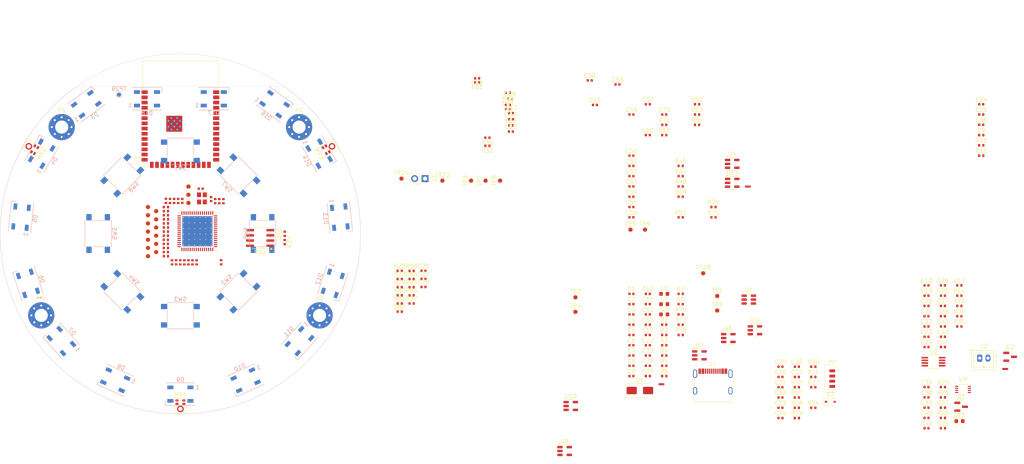
<source format=kicad_pcb>
(kicad_pcb (version 20240108) (generator "pcbnew") (generator_version "8.0")
  (layers (0 "F.Cu" signal "Front") (1 "In1.Cu" signal) (2 "In2.Cu" signal) (31 "B.Cu" signal "Back") (34 "B.Paste" user) (35 "F.Paste" user) (36 "B.SilkS" user "B.Silkscreen") (37 "F.SilkS" user "F.Silkscreen") (38 "B.Mask" user) (39 "F.Mask" user) (44 "Edge.Cuts" user))
  (net 0 "")
  (net 1 "GND")
  (net 2 "VCC_5V")
  (net 3 "MCU_VDD")
  (net 4 "Net-(U3-FB)")
  (net 5 "Net-(U6-FB)")
  (net 6 "Aud_VDD")
  (net 7 "/MCU/MCU_RST")
  (net 8 "PA_GND")
  (net 9 "Net-(U2-BYPASS)")
  (net 10 "/PA & Speaker/ZL38063_DAC1_M")
  (net 11 "Net-(C23-Pad2)")
  (net 12 "/PA & Speaker/ZL38063_DAC1_P_PA")
  (net 13 "Net-(C25-Pad2)")
  (net 14 "/PA & Speaker/PA_OUTL+")
  (net 15 "/PA & Speaker/PA_OUTL-")
  (net 16 "BT_ARRAY_ADC")
  (net 17 "Net-(C35-Pad1)")
  (net 18 "Interface_VDD")
  (net 19 "Net-(U9-D)")
  (net 20 "Net-(U9-~{CLR})")
  (net 21 "/PA & Speaker/ZL38063_DAC2_P")
  (net 22 "Net-(C42-Pad1)")
  (net 23 "/PA & Speaker/ZL38063_DAC1_P ")
  (net 24 "Net-(C43-Pad1)")
  (net 25 "GNDA")
  (net 26 "Net-(C46-Pad1)")
  (net 27 "Net-(U11-CDAC)")
  (net 28 "Net-(U11-CREF)")
  (net 29 "/DAC+ADC/DVDD12")
  (net 30 "/DAC+ADC/DVDD33")
  (net 31 "/DAC+ADC/AVDD33")
  (net 32 "/DAC+ADC/VDD33")
  (net 33 "/DAC+ADC/ZL38063_DAC1_P")
  (net 34 "Net-(U11-DAC1_P)")
  (net 35 "Net-(U11-DAC1_M)")
  (net 36 "/DAC+ADC/ZL38063_DAC1_M")
  (net 37 "/DAC+ADC/ZL38063_DAC2_P")
  (net 38 "Net-(U11-DAC2_P)")
  (net 39 "/DAC+ADC/ZL38063_DAC2_M")
  (net 40 "Net-(U11-DAC2_M)")
  (net 41 "Net-(U11-XI)")
  (net 42 "Net-(U11-XO)")
  (net 43 "Net-(U7-FB)")
  (net 44 "Net-(D1-A)")
  (net 45 "Net-(D2-K)")
  (net 46 "WS2812_CTRL")
  (net 47 "Net-(D3-DOUT)")
  (net 48 "Net-(D3-DIN)")
  (net 49 "Net-(D4-DOUT)")
  (net 50 "Net-(D5-DOUT)")
  (net 51 "Net-(D6-DOUT)")
  (net 52 "Net-(D7-DOUT)")
  (net 53 "Net-(D8-DOUT)")
  (net 54 "Net-(D10-DIN)")
  (net 55 "Net-(D10-DOUT)")
  (net 56 "Net-(D11-DOUT)")
  (net 57 "Net-(D12-DOUT)")
  (net 58 "Net-(D13-DOUT)")
  (net 59 "Net-(D14-DOUT)")
  (net 60 "Net-(D15-A)")
  (net 61 "Net-(D15-K)")
  (net 62 "USB_D-")
  (net 63 "Net-(J1-SHIELD)")
  (net 65 "USB_D+")
  (net 67 "Net-(J1-CC2)")
  (net 68 "Net-(J1-CC1)")
  (net 69 "/DAC+ADC/ZL38063_UART_TX")
  (net 70 "/DAC+ADC/ZL38063_UART_RX")
  (net 71 "Net-(U3-LX)")
  (net 72 "Net-(U6-LX)")
  (net 73 "Net-(U7-LX)")
  (net 74 "Net-(Q1-G)")
  (net 75 "/PA & Speaker/EarPhone_Detect")
  (net 76 "Net-(Q2-D)")
  (net 77 "Net-(U3-EN)")
  (net 78 "Net-(U6-EN)")
  (net 79 "I2C_SCL")
  (net 80 "I2C_SDA")
  (net 81 "MUTE_DATA")
  (net 82 "/PA & Speaker/AND_PA_CTRL")
  (net 83 "/PA & Speaker/PA_INL-")
  (net 84 "/PA & Speaker/PA_INL+")
  (net 85 "Net-(R18-Pad2)")
  (net 86 "Net-(R19-Pad2)")
  (net 87 "Net-(R20-Pad2)")
  (net 88 "Net-(R21-Pad2)")
  (net 89 "Net-(R22-Pad2)")
  (net 90 "MUTE_PWR")
  (net 91 "Net-(U12-CLK)")
  (net 92 "Net-(U11-SM_CLK)")
  (net 93 "Net-(U12-~{CS})")
  (net 94 "Net-(U11-GPIO_9{slash}SM_CS)")
  (net 95 "Net-(U12-DO(IO1))")
  (net 96 "Net-(U11-SM_MISO)")
  (net 97 "Net-(U12-DI(IO0))")
  (net 98 "Net-(U11-SM_MOSI)")
  (net 99 "Net-(U11-RESET)")
  (net 100 "/DAC+ADC/ZL38063_SPI_HCLK")
  (net 101 "Net-(U11-HCLK)")
  (net 102 "/DAC+ADC/ZL38063_SPI_HCS")
  (net 103 "Net-(U11-HCS)")
  (net 104 "/DAC+ADC/ZL38063_SPI_HDIN")
  (net 105 "Net-(U11-HDIN)")
  (net 106 "/DAC+ADC/ZL38063_SPI_HDOUT")
  (net 107 "Net-(U11-HDOUT)")
  (net 108 "/DAC+ADC/ZL38063_HINT")
  (net 109 "Net-(U11-HINT)")
  (net 110 "Net-(U11-PCLKA{slash}I2S_SCKA)")
  (net 111 "/DAC+ADC/ZL38063_I2S_SCKA")
  (net 112 "Net-(U11-FSA{slash}I2S_WSA)")
  (net 113 "/DAC+ADC/ZL38063_I2S_WSA")
  (net 114 "/DAC+ADC/ZL38063_I2S_SDIA")
  (net 115 "Net-(U11-DRA{slash}I2S_SDIA)")
  (net 116 "Net-(U11-DXA{slash}I2S_SDOA)")
  (net 117 "/DAC+ADC/ZL38063_I2S_SDOA")
  (net 118 "Net-(U11-PCLKB{slash}I2S_SCKB)")
  (net 119 "Net-(U11-FSB{slash}I2S_WSB)")
  (net 120 "Net-(U11-DRB{slash}I2S_SDIB)")
  (net 121 "Net-(U11-DXB{slash}I2S_SDOB)")
  (net 122 "Net-(U12-IO2)")
  (net 123 "Net-(U12-IO3)")
  (net 124 "/DAC+ADC/ZL38063_DMIC_CLK")
  (net 125 "Net-(U11-DMIC_CLK)")
  (net 126 "/DAC+ADC/ZL38063_GPIO0")
  (net 127 "Net-(U11-GPIO_0)")
  (net 128 "/DAC+ADC/ZL38063_GPIO1")
  (net 129 "Net-(U11-GPIO_1)")
  (net 130 "Net-(U11-GPIO_2)")
  (net 131 "/DAC+ADC/ZL38063_GPIO2")
  (net 132 "/DAC+ADC/ZL38063_GPIO3")
  (net 133 "Net-(U11-GPIO_3)")
  (net 134 "Net-(U11-GPIO_4)")
  (net 135 "/DAC+ADC/ZL38063_GPIO4")
  (net 136 "Net-(U11-GPIO_5)")
  (net 137 "/DAC+ADC/ZL38063_GPIO5")
  (net 138 "Net-(U11-GPIO_6)")
  (net 139 "/DAC+ADC/ZL38063_GPIO6")
  (net 140 "/DAC+ADC/ZL38063_GPIO7")
  (net 141 "Net-(U11-GPIO_7)")
  (net 142 "/DAC+ADC/ZL38063_GPIO8")
  (net 143 "Net-(U11-GPIO_8)")
  (net 144 "Net-(U11-GPIO_10)")
  (net 145 "/DAC+ADC/ZL38063_GPIO10")
  (net 146 "Net-(U11-GPIO_11)")
  (net 147 "/DAC+ADC/ZL38063_GPIO11")
  (net 148 "/DAC+ADC/ZL38063_GPIO12")
  (net 149 "Net-(U11-GPIO_12)")
  (net 150 "/DAC+ADC/ZL38063_GPIO13")
  (net 151 "Net-(U11-GPIO_13)")
  (net 152 "Net-(U11-UART_RX)")
  (net 153 "Net-(U11-UART_TX)")
  (net 154 "Net-(U11-EXT_SEL)")
  (net 155 "Net-(U7-EN)")
  (net 156 "Net-(U11-DM)")
  (net 157 "Net-(U11-DP)")
  (net 158 "Net-(U11-RTN)")
  (net 161 "/DAC+ADC/DMIC_IN1_BUF")
  (net 162 "/DAC+ADC/DMIC_IN1")
  (net 163 "I2S_SCLK")
  (net 164 "GPIO12")
  (net 165 "GPIO9")
  (net 166 "GPIO42")
  (net 167 "I2S_MCLK")
  (net 168 "/MCU/GPIO7")
  (net 169 "GPIO13")
  (net 170 "I2S_CODEC_DSDIN")
  (net 171 "I2S_ADC_SDOUT")
  (net 172 "/MCU/GPIO0")
  (net 173 "/MCU/GPIO6")
  (net 175 "GPIO41")
  (net 176 "/MCU/GPIO3")
  (net 177 "U0RXD")
  (net 178 "/MCU/GPIO48")
  (net 179 "GPIO10")
  (net 180 "GPIO11")
  (net 181 "I2S_LRCK")
  (net 182 "GPIO39")
  (net 183 "PA_CTRL")
  (net 184 "U0TXD")
  (net 185 "GPIO40")
  (net 186 "GPIO38")
  (net 187 "GPIO21")
  (net 190 "GPIO14")
  (net 192 "Net-(U9-CLK)")
  (net 193 "/DAC+ADC/ZL38063_DMIC_IN2")
  (net 195 "/DAC+ADC/ZL38063_VDD12_CTL")
  (net 196 "/DAC+ADC/ZL38063_DMIC_IN1")
  (net 197 "/DAC+ADC/DMIC_IN2")
  (net 198 "/DAC+ADC/DMIC_IN2_BUF")
  (net 199 "Net-(D16-DOUT)")
  (net 201 "Net-(D17-DOUT)")
  (net 202 "Net-(D18-DOUT)")
  (net 203 "Net-(MK1-VDD)")
  (net 204 "Net-(MK2-VDD)")
  (net 205 "Net-(MK3-VDD)")
  (net 206 "Net-(MK1-SEL)")
  (net 207 "Net-(MK1-DATA)")
  (net 208 "Net-(MK1-CLOCK)")
  (net 209 "Net-(MK2-SEL)")
  (net 210 "Net-(MK2-DATA)")
  (net 211 "Net-(MK2-CLOCK)")
  (net 212 "Net-(MK3-DATA)")
  (net 213 "Net-(MK3-CLOCK)")
  (net 214 "Net-(MK3-SEL)")
  (net 219 "Net-(R80-Pad2)")
  (net 220 "Net-(R81-Pad2)")
  (footprint "Package_TO_SOT_SMD:SOT-23-5" (layer "F.Cu") (at 191.315 48.9)
    (property "Reference" "U4")
    (property "Value" "SN74LVC1G126DBV")
  )
  (footprint "Resistor_SMD:R_0402_1005Metric" (layer "F.Cu") (at 65 58 90)
    (property "Reference" "R55" (hide yes))
    (property "Value" "33R(5%)" (hide yes))
  )
  (footprint "TestPoint:TestPoint_Pad_D1.0mm" (layer "F.Cu") (at 153 85.05)
    (property "Reference" "TP4")
    (property "Value" "TestPoint")
  )
  (footprint "Knowles_LGA-5_3.5x2.65mm:Knowles_LGA-5_3.5x2.65mm" (layer "F.Cu") (at 20.126933 45 -120)
    (property "Reference" "MK2")
    (property "Value" "ZTS6577")
  )
  (footprint "Capacitor_SMD:C_0402_1005Metric" (layer "F.Cu") (at 203.095 103.465)
    (property "Reference" "C31")
    (property "Value" "10uF/10V(20%)")
  )
  (footprint "Capacitor_SMD:C_0402_1005Metric" (layer "F.Cu") (at 174.705 39.355)
    (property "Reference" "C71")
    (property "Value" "0.1uF/10V(10%)")
  )
  (footprint "MountingHole:MountingHole_3.2mm_M3_Pad_Via" (layer "F.Cu") (at 22.5 85.915163)
    (property "Reference" "H4")
    (property "Value" "MountingHole_Pad")
  )
  (footprint "Capacitor_SMD:C_0402_1005Metric" (layer "F.Cu") (at 156.5 28.5)
    (property "Reference" "C58")
    (property "Value" "0.1uF/10V(10%)")
  )
  (footprint "Connector_PinHeader_2.54mm:PinHeader_1x02_P2.54mm_Vertical" (layer "F.Cu") (at 116.275 52.5 -90)
    (property "Reference" "J3")
    (property "Value" "Conn_01x02")
  )
  (footprint "Capacitor_SMD:C_0402_1005Metric" (layer "F.Cu") (at 56.96 57.9475 90)
    (property "Reference" "C63" (hide yes))
    (property "Value" "0.1uF/10V(10%)" (hide yes))
  )
  (footprint "Resistor_SMD:R_0402_1005Metric" (layer "F.Cu") (at 52.95 70.4475 180)
    (property "Reference" "R67" (hide yes))
    (property "Value" "33R(5%)" (hide yes))
  )
  (footprint "Resistor_SMD:R_0402_1005Metric" (layer "F.Cu") (at 52.95 67.4475 180)
    (property "Reference" "R64" (hide yes))
    (property "Value" "33R(5%)" (hide yes))
  )
  (footprint "Capacitor_SMD:C_0402_1005Metric" (layer "F.Cu") (at 238.775 103.435)
    (property "Reference" "C35")
    (property "Value" "1uF/10V(10%)")
  )
  (footprint "Capacitor_SMD:C_0402_1005Metric" (layer "F.Cu") (at 170.695 90.695)
    (property "Reference" "C17")
    (property "Value" "0.1uF/10V(10%)")
  )
  (footprint "Capacitor_SMD:C_0402_1005Metric" (layer "F.Cu") (at 166.685 56.925)
    (property "Reference" "C54")
    (property "Value" "0.1uF/10V(10%)")
  )
  (footprint "TestPoint:TestPoint_Pad_D1.0mm" (layer "F.Cu") (at 166.455 64.975)
    (property "Reference" "TP5")
    (property "Value" "TestPoint")
  )
  (footprint "Resistor_SMD:R_0402_1005Metric" (layer "F.Cu") (at 112.99 83)
    (property "Reference" "R87")
    (property "Value" "33R(5%)")
  )
  (footprint "TestPoint:TestPoint_Pad_D1.0mm" (layer "F.Cu") (at 170.005 64.975)
    (property "Reference" "TP9")
    (property "Value" "TestPoint")
  )
  (footprint "Resistor_SMD:R_0402_1005Metric" (layer "F.Cu") (at 178.715 80.655)
    (property "Reference" "R7")
    (property "Value" "680K(1%)")
  )
  (footprint "TestPoint:TestPoint_Pad_D1.0mm" (layer "F.Cu") (at 48.5775 63.4475)
    (property "Reference" "TP14" (hide yes))
    (property "Value" "TestPoint" (hide yes))
  )
  (footprint "Resistor_SMD:R_0402_1005Metric" (layer "F.Cu") (at 110.08 77.03)
    (property "Reference" "R73")
    (property "Value" "33R(5%)")
  )
  (footprint "Capacitor_SMD:C_0402_1005Metric" (layer "F.Cu") (at 115.88 77)
    (property "Reference" "C77")
    (property "Value" "0.1uF/10V(10%)")
  )
  (footprint "Capacitor_SMD:C_0402_1005Metric" (layer "F.Cu") (at 238.775 113.475)
    (property "Reference" "C41")
    (property "Value" "1uF/10V(10%)")
  )
  (footprint "Resistor_SMD:R_0402_1005Metric" (layer "F.Cu") (at 59.46 72.9575 90)
    (property "Reference" "R40" (hide yes))
    (property "Value" "33R(5%)" (hide yes))
  )
  (footprint "Resistor_SMD:R_0402_1005Metric" (layer "F.Cu") (at 52.96 63.4475 180)
    (property "Reference" "R60" (hide yes))
    (property "Value" "33R(5%)" (hide yes))
  )
  (footprint "Capacitor_SMD:C_0402_1005Metric" (layer "F.Cu") (at 238.775 91.135)
    (property "Reference" "C23")
    (property "Value" "0.1uF/10V(10%)")
  )
  (footprint "Capacitor_SMD:C_0402_1005Metric" (layer "F.Cu") (at 238.775 78.585)
    (property "Reference" "C18")
    (property "Value" "1uF/10V(10%)")
  )
  (footprint "Capacitor_SMD:C_0402_1005Metric" (layer "F.Cu") (at 242.785 78.585)
    (property "Reference" "C25")
    (property "Value" "0.1uF/10V(10%)")
  )
  (footprint "Resistor_SMD:R_0402_1005Metric" (layer "F.Cu") (at 54.46 72.9575 -90)
    (property "Reference" "R70" (hide yes))
    (property "Value" "33R(5%)" (hide yes))
  )
  (footprint "Resistor_SMD:R_0402_1005Metric" (layer "F.Cu") (at 52.96 57.9375 -90)
    (property "Reference" "R45" (hide yes))
    (property "Value" "33R(5%)" (hide yes))
  )
  (footprint "Capacitor_SMD:C_0402_1005Metric" (layer "F.Cu") (at 136.48 34.5)
    (property "Reference" "C49")
    (property "Value" "0.1uF/10V(10%)")
  )
  (footprint "Resistor_SMD:R_0402_1005Metric" (layer "F.Cu") (at 246.795 88.625)
    (property "Reference" "R31")
    (property "Value" "100K(1%)")
  )
  (footprint "TestPoint:TestPoint_Pad_D1.0mm" (layer "F.Cu") (at 50.5775 66.4475)
    (property "Reference" "TP17" (hide yes))
    (property "Value" "TestPoint" (hide yes))
  )
  (footprint "Capacitor_SMD:C_0402_1005Metric" (layer "F.Cu") (at 170.695 100.735)
    (property "Reference" "C75")
    (property "Value" "10uF/16v(20%)")
  )
  (footprint "Resistor_SMD:R_0402_1005Metric" (layer "F.Cu") (at 252.145 41.865)
    (property "Reference" "R9")
    (property "Value" "10K(1%)")
  )
  (footprint "Capacitor_SMD:C_0402_1005Metric" (layer "F.Cu") (at 166.685 95.715)
    (property "Reference" "C7")
    (property "Value" "0.1uF/10V(10%)")
  )
  (footprint "TestPoint:TestPoint_Pad_D1.0mm" (layer "F.Cu") (at 48.5775 61.4475)
    (property "Reference" "TP12" (hide yes))
    (property "Value" "TestPoint" (hide yes))
  )
  (footprint "Inductor_SMD:L_0603_1608Metric" (layer "F.Cu") (at 174.705 80.655)
    (property "Reference" "L1")
    (property "Value" "2.2uH(20%)3A")
  )
  (footprint "Resistor_SMD:R_0402_1005Metric" (layer "F.Cu") (at 242.785 105.945)
    (property "Reference" "R26")
    (property "Value" "330(1%)")
  )
  (footprint "TestPoint:TestPoint_Pad_D1.0mm" (layer "F.Cu") (at 50.5775 64.4475)
    (property "Reference" "TP15" (hide yes))
    (property "Value" "TestPoint" (hide yes))
  )
  (footprint "Package_SO:VSSOP-8_2.4x2.1mm_P0.5mm" (layer "F.Cu") (at 247.7 104.005)
    (property "Reference" "U9")
    (property "Value" "SN74LVC2G74")
  )
  (footprint "NetTie:NetTie-2_SMD_Pad0.5mm" (layer "F.Cu") (at 258 99)
    (property "Reference" "NT3" (hide yes))
    (property "Value" "NetTie_2" (hide yes))
  )
  (footprint "Capacitor_SMD:C_0402_1005Metric" (layer "F.Cu") (at 170.695 34.335)
    (property "Reference" "C57")
    (property "Value" "0.1uF/10V(10%)")
  )
  (footprint "Package_TO_SOT_SMD:SOT-23-5" (layer "F.Cu") (at 190.3625 91.45)
    (property "Reference" "U6")
    (property "Value" "~")
  )
  (footprint "Resistor_SMD:R_0402_1005Metric" (layer "F.Cu") (at 53.96 57.9575 -90)
    (property "Reference" "R44" (hide yes))
    (property "Value" "33R(5%)" (hide yes))
  )
  (footprint "NetTie:NetTie-2_SMD_Pad0.5mm" (layer "F.Cu") (at 195.14 54.45)
    (property "Reference" "NT2" (hide yes))
    (property "Value" "NetTie_2" (hide yes))
  )
  (footprint "Capacitor_SMD:C_0402_1005Metric" (layer "F.Cu") (at 137.225 41)
    (property "Reference" "C65")
    (property "Value" "1uF/10V(10%)")
  )
  (footprint "Capacitor_SMD:C_0402_1005Metric" (layer "F.Cu") (at 207.105 98.445)
    (property "Reference" "C36")
    (property "Value" "0.1uF/10V(10%)")
  )
  (footprint "Capacitor_SMD:C_0402_1005Metric" (layer "F.Cu") (at 170.695 88.185)
    (property "Reference" "C13")
    (property "Value" "10uF/16v(20%)")
  )
  (footprint "Resistor_SMD:R_0402_1005Metric" (layer "F.Cu") (at 52.95 65.4475 180)
    (property "Reference" "R62" (hide yes))
    (property "Value" "33R(5%)" (hide yes))
  )
  (footprint "Resistor_SMD:R_0402_1005Metric" (layer "F.Cu") (at 54.96 57.9575 -90)
    (property "Reference" "R43" (hide yes))
    (property "Value" "33R(5%)" (hide yes))
  )
  (footprint "Resistor_SMD:R_0402_1005Metric" (layer "F.Cu") (at 207.105 108.485)
    (property "Reference" "R18")
    (property "Value" "27K(1%)")
  )
  (footprint "Resistor_SMD:R_0402_1005Metric" (layer "F.Cu") (at 81.99 68 -90)
    (property "Reference" "R34")
    (property "Value" "33R(5%)")
  )
  (footprint "Resistor_SMD:R_0402_1005Metric" (layer "F.Cu") (at 52.97 59.4475 180)
    (property "Reference" "R56" (hide yes))
    (property "Value" "33R(5%)" (hide yes))
  )
  (footprint "Resistor_SMD:R_0402_1005Metric" (layer "F.Cu") (at 112.99 77.03)
    (property "Reference" "R84")
    (property "Value" "33R(5%)")
  )
  (footprint "Resistor_SMD:R_0402_1005Metric" (layer "F.Cu") (at 110.08 84.99)
    (property "Reference" "R82")
    (property "Value" "10K(5%)")
  )
  (footprint "TestPoint:TestPoint_Pad_D1.0mm" (layer "F.Cu") (at 48.5775 69.4475)
    (property "Reference" "TP20" (hide yes))
    (property "Value" "TestPoint" (hide yes))
  )
  (footprint "Resistor_SMD:R_0402_1005Metric" (layer "F.Cu") (at 131.5 42.5 180)
    (property "Reference" "R35")
    (property "Value" "33R(5%)")
  )
  (footprint "Package_TO_SOT_SMD:SOT-23" (layer "F.Cu") (at 259.195 96.03)
    (property "Reference" "Q2")
    (property "Value" "AO3400A")
  )
  (footprint "Capacitor_SMD:C_0402_1005Metric" (layer "F.Cu") (at 238.775 110.965)
    (property "Reference" "C40")
    (property "Value" "22pF/50V(5%)")
  )
  (footprint "Resistor_SMD:R_0402_1005Metric" (layer "F.Cu") (at 110.08 75.04)
    (property "Reference" "R23")
    (property "Value" "33R(5%)")
  )
  (footprint "Capacitor_SMD:C_0402_1005Metric" (layer "F.Cu") (at 242.785 91.135)
    (property "Reference" "C43")
    (property "Value" "22uF/10v(20%)")
  )
  (footprint "TestPoint:TestPoint_Pad_D1.0mm" (layer "F.Cu") (at 58.46 56.4475)
    (property "Reference" "TP27" (hide yes))
    (property "Value" "TestPoint" (hide yes))
  )
  (footprint "Capacitor_SMD:C_0402_1005Metric" (layer "F.Cu") (at 203.095 100.955)
    (property "Reference" "C30")
    (property "Value" "10uF/10V(20%)")
  )
  (footprint "Resistor_SMD:R_0402_1005Metric" (layer "F.Cu") (at 110.08 83)
    (property "Reference" "R81")
    (property "Value" "33R(5%)")
  )
  (footprint "Resistor_SMD:R_0402_1005Metric" (layer "F.Cu") (at 52.96 61.4475 180)
    (property "Reference" "R58" (hide yes))
    (property "Value" "33R(5%)" (hide yes))
  )
  (footprint "TestPoint:TestPoint_Pad_D1.0mm" (layer "F.Cu") (at 134.6 53 90)
    (property "Reference" "TP8")
    (property "Value" "TestPoint")
  )
  (footprint "Capacitor_SMD:C_0402_1005Metric" (layer "F.Cu") (at 252.145 36.845)
    (property "Reference" "C15")
    (property "Value" "10uF/16v(20%)")
  )
  (footprint "TestPoint:TestPoint_Pad_D1.0mm" (layer "F.Cu") (at 50.5775 70.4475)
    (property "Reference" "TP21" (hide yes))
    (property "Value" "TestPoint" (hide yes))
  )
  (footprint "Capacitor_SMD:C_0402_1005Metric" (layer "F.Cu") (at 207.105 100.955)
    (property "Reference" "C37")
    (property "Value" "10uF/16v(20%)")
  )
  (footprint "Capacitor_SMD:C_0402_1005Metric" (layer "F.Cu") (at 170.695 98.225)
    (property "Reference" "C74")
    (property "Value" "0.1uF/10V(10%)")
  )
  (footprint "Capacitor_SMD:C_0402_1005Metric" (layer "F.Cu") (at 166.685 85.675)
    (property "Reference" "C3")
    (property "Value" "10uF/16v(20%)")
  )
  (footprint "Capacitor_SMD:C_0402_1005Metric" (layer "F.Cu") (at 136.52 35.5)
    (property "Reference" "C47")
    (property "Value" "0.1uF/10V(10%)")
  )
  (footprint "Package_TO_SOT_SMD:SOT-23-5" (layer "F.Cu") (at 183.295 95.675)
    (property "Reference" "U7")
    (property "Value" "~")
  )
  (footprint "Resistor_SMD:R_0402_1005Metric" (layer "F.Cu") (at 182.725 34.335)
    (property "Reference" "R52")
    (property "Value" "100K(1%)")
  )
  (footprint "Resistor_SMD:R_0402_1005Metric" (layer "F.Cu") (at 178.715 90.695)
    (property "Reference" "R78")
    (property "Value" "150K(1%)")
  )
  (footprint "Resistor_SMD:R_0402_1005Metric" (layer "F.Cu") (at 246.795 86.115)
    (property "Reference" "R30")
    (property "Value" "100K(1%)")
  )
  (footprint "Capacitor_SMD:C_0402_1005Metric" (layer "F.Cu") (at 129 29 180)
    (property "Reference" "C61")
    (property "Value" "0.1uF/10V(10%)")
  )
  (footprint "Resistor_SMD:R_0402_1005Metric" (layer "F.Cu") (at 56.46 72.9575 90)
    (property "Reference" "R37" (hide yes))
    (property "Value" "33R(5%)" (hide yes))
  )
  (footprint "Diode_SMD:D_SOD-323" (layer "F.Cu") (at 215.29 107.015)
    (property "Reference" "D2")
    (property "Value" "1N5819WS")
  )
  (footprint "Resistor_SMD:R_0402_1005Metric" (layer "F.Cu") (at 52.96 71.4475 180)
    (property "Reference" "R68" (hide yes))
    (property "Value" "33R(5%)" (hide yes))
  )
  (footprint "Resistor_SMD:R_0402_1005Metric" (layer "F.Cu") (at 207.105 110.995)
    (property "Reference" "R19")
    (property "Value" "15K(1%)")
  )
  (footprint "Resistor_SMD:R_0402_1005Metric" (layer "F.Cu") (at 242.785 113.475)
    (property "Reference" "R29")
    (property "Value" "100(1%)")
  )
  (footprint "TestPoint:TestPoint_Pad_D1.0mm" (layer "F.Cu") (at 187.645 81.175)
    (property "Reference" "TP1")
    (property "Value" "TestPoint")
  )
  (footprint "Capacitor_SMD:C_0402_1005Metric" (layer "F.Cu") (at 166.685 54.415)
    (property "Reference" "C53")
    (property "Value" "0.1uF/10V(10%)")
  )
  (footprint "Capacitor_SMD:C_0402_1005Metric" (layer "F.Cu") (at 242.785 88.625)
    (property "Reference" "C42")
    (property "Value" "22uF/10v(20%)")
  )
  (footprint "Capacitor_SMD:C_0402_1005Metric" (layer "F.Cu") (at 242.785 83.605)
    (property "Reference" "C27")
    (property "Value" "330pF/50V(10%)")
  )
  (footprint "Capacitor_SMD:C_0402_1005Metric" (layer "F.Cu") (at 166.685 98.225)
    (property "Reference" "C8")
    (property "Value" "10uF/16v(20%)")
  )
  (footprint "Resistor_SMD:R_0402_1005Metric" (layer "F.Cu") (at 174.705 90.695)
    (property "Reference" "R2")
    (property "Value" "5.1K(1%)")
  )
  (footprint "Capacitor_SMD:C_0402_1005Metric" (layer "F.Cu") (at 166.685 59.435)
    (property "Reference" "C55")
    (property "Value" "0.1uF/10V(10%)")
  )
  (footprint "Capacitor_SMD:C_0402_1005Metric" (layer "F.Cu") (at 170.695 83.165)
    (property "Reference" "C11")
    (property "Value" "22pF/50v(5%)")
  )
  (footprint "Capacitor_SMD:C_0402_1005Metric" (layer "F.Cu") (at 64 57.5 90)
    (property "Reference" "C69" (hide yes))
    (property "Value" "0.1uF/10V(10%)" (hide yes))
  )
  (footprint "Capacitor_SMD:C_0402_1005Metric" (layer "F.Cu") (at 166.685 46.885)
    (property "Reference" "C50")
    (property "Value" "0.1uF/10V(10%)")
  )
  (footprint "Capacitor_SMD:C_0402_1005Metric" (layer "F.Cu") (at 166.685 83.165)
    (property "Reference" "C2")
    (property "Value" "0.1uF/10V(10%)")
  )
  (footprint "Resistor_SMD:R_0402_1005Metric" (layer "F.Cu") (at 178.715 83.165)
    (property "Reference" "R8")
    (property "Value" "150K(1%)")
  )
  (footprint "Resistor_SMD:R_0402_1005Metric" (layer "F.Cu") (at 55.45 72.9475 -90)
    (property "Reference" "R69" (hide yes))
    (property "Value" "33R(5%)" (hide yes))
  )
  (footprint "Resistor_SMD:R_0402_1005Metric" (layer "F.Cu") (at 178.715 85.675)
    (property "Reference" "R76")
    (property "Value" "10K(1%)")
  )
  (footprint "LED_SMD:LED_0603_1608Metric" (layer "F.Cu") (at 246.835 111.745)
    (property "Reference" "D15")
    (property "Value" "LED")
  )
  (footprint "TestPoint:TestPoint_Pad_D1.0mm" (layer "F.Cu") (at 48.5775 71.4475)
    (property "Reference" "TP22" (hide yes))
    (property "Value" "TestPoint" (hide yes))
  )
  (footprint "Capacitor_SMD:C_0402_1005Metric" (layer "F.Cu") (at 115.88 75.03)
    (property "Reference" "C76")
    (property "Value" "0.1uF/10V(10%)")
  )
  (footprint "Resistor_SMD:R_0402_1005Metric" (layer "F.Cu") (at 211.115 98.445)
    (property "Reference" "R20")
    (property "Value" "10K(1%)")
  )
  (footprint "Capacitor_SMD:C_0402_1005Metric" (layer "F.Cu") (at 61.46 54.9675)
    (property "Reference" "C68" (hide yes))
    (property "Value" "0.1uF/10V(10%)" (hide yes))
  )
  (footprint "Capacitor_SMD:C_0402_1005Metric" (layer "F.Cu") (at 163.275 29.5)
    (property "Reference" "C59")
    (property "Value" "0.1uF/10V(10%)")
  )
  (footprint "Package_TO_SOT_SMD:SOT-23-5" (layer "F.Cu") (at 196.8625 89.55)
    (property "Reference" "U3")
    (property "Value" "~")
  )
  (footprint "Capacitor_SMD:C_0402_1005Metric" (layer "F.Cu") (at 203.095 98.445)
    (property "Reference" "C29")
    (property "Value" "10uF/10V(20%)")
  )
  (footprint "Resistor_SMD:R_0402_1005Metric" (layer "F.Cu") (at 252.145 46.885)
    (property "Reference" "R11")
    (property "Value" "1K(1%)")
  )
  (footprint "Connector_JST:JST_PH_B2B-PH-K_1x02_P2.00mm_Vertical" (layer "F.Cu") (at 251.775 96.355)
    (property "Reference" "J2")
    (property "Value" "4 Ohm SPEAKER")
  )
  (footprint "Capacitor_SMD:C_0402_1005Metric" (layer "F.Cu") (at 170.695 93.205)
    (property "Reference" "C72")
    (property "Value" "10uF/16v(20%)")
  )
  (footprint "Resistor_SMD:R_0402_1005Metric" (layer "F.Cu") (at 174.705 88.185)
    (property "Reference" "R1")
    (property "Value" "5.1K(1%)")
  )
  (footprint "TestPoint:TestPoint_Pad_D1.0mm" (layer "F.Cu") (at 48.5775 65.4475)
    (property "Reference" "TP16" (hide yes))
    (property "Value" "TestPoint" (hide yes))
  )
  (footprint "Resistor_SMD:R_0402_1005Metric" (layer "F.Cu") (at 58.46 72.9575 90)
    (property "Reference" "R39" (hide yes))
    (property "Value" "33R(5%)" (hide yes))
  )
  (footprint "Capacitor_SMD:C_0402_1005Metric" (layer "F.Cu") (at 203.095 105.975)
    (property "Reference" "C32")
    (property "Value" "10uF/10V(20%)")
  )
  (footprint "Resistor_SMD:R_0402_1005Metric" (layer "F.Cu") (at 52.96 64.4475 180)
    (property "Reference" "R61" (hide yes))
    (property "Value" "33R(5%)" (hide yes))
  )
  (footprint "Resistor_SMD:R_0402_1005Metric" (layer "F.Cu") (at 178.715 56.925)
    (property "Reference" "R49")
    (property "Value" "100K(1%)")
  )
  (footprint "Resistor_SMD:R_0402_1005Metric" (layer "F.Cu") (at 60.46 72.9575 90)
    (property "Reference" "R41" (hide yes))
    (property "Value" "33R(5%)" (hide yes))
  )
  (footprint "Capacitor_SMD:C_0402_1005Metric" (layer "F.Cu") (at 166.685 90.695)
    (property "Reference" "C5")
    (property "Value" "10uF/16v(20%)")
  )
  (footprint "Capacitor_SMD:C_0402_1005Metric" (layer "F.Cu") (at 129 28 180)
    (property "Reference" "C62")
    (property "Value" "0.1uF/10V(10%)")
  )
  (footprint "Capacitor_SMD:C_0402_1005Metric" (layer "F.Cu") (at 170.695 85.675)
    (property "Reference" "C12")
    (property "Value" "0.1uF/10V(10%)")
  )
  (footprint "Resistor_SMD:R_0402_1005Metric" (layer "F.Cu") (at 174.705 93.205)
    (property "Reference" "R3")
    (property "Value" "10K(1%)")
  )
  (footprint "Resistor_SMD:R_0402_1005Metric" (layer "F.Cu") (at 174.705 100.735)
    (property "Reference" "R6")
    (property "Value" "10K(1%)")
  )
  (footprint "Resistor_SMD:R_0402_1005Metric" (layer "F.Cu") (at 211.115 100.955)
    (property "Reference" "R21")
    (property "Value" "5.1K(1%)")
  )
  (footprint "Resistor_SMD:R_0402_1005Metric" (layer "F.Cu") (at 174.705 95.715)
    (property "Reference" "R4")
    (property "Value" "680K(1%)")
  )
  (footprint "Package_SO:SOIC-8_3.9x4.9mm_P1.27mm" (layer "F.Cu") (at 76 67 180)
    (property "Reference" "U12")
    (property "Value" "W25Q16JVSS")
  )
  (footprint "Capacitor_SMD:C_0402_1005Metric" (layer "F.Cu") (at 166.685 88.185)
    (property "Reference" "C4")
    (property "Value" "0.1uF/10V(10%)")
  )
  (footprint "MountingHole:MountingHole_3.2mm_M3_Pad_Via" (layer "F.Cu") (at 27.5 39.915163)
    (property "Reference" "H1")
    (property "Value" "MountingHole_Pad")
  )
  (footprint "TestPoint:TestPoint_Pad_D1.0mm" (layer "F.Cu") (at 187.645 84.725)
    (property "Reference" "TP3")
    (property "Value" "TestPoint")
  )
  (footprint "Resistor_SMD:R_0402_1005Metric" (layer "F.Cu") (at 110.08 81.01)
    (property "Reference" "R80")
    (property "Value" "33R(5%)")
  )
  (footprint "Resistor_SMD:R_0402_1005Metric" (layer "F.Cu") (at 66.46 72.9375 90)
    (property "Reference" "R33" (hide yes))
    (property "Value" "33R(5%)" (hide yes))
  )
  (footprint "Capacitor_SMD:C_0402_1005Metric" (layer "F.Cu") (at 252.145 39.355)
    (property "Reference" "C16")
    (property "Value" "0.1uF/10V(10%)")
  )
  (footprint "TestPoint:TestPoint_Pad_D1.0mm" (layer "F.Cu") (at 50.5775 62.4475)
    (property "Reference" "TP13" (hide yes))
    (property "Value" "TestPoint" (hide yes))
  )
  (footprint "Resistor_SMD:R_0402_1005Metric" (layer "F.Cu") (at 242.785 108.455)
    (property "Reference" "R27")
    (property "Value" "20K(1%)")
  )
  (footprint "Resistor_SMD:R_0402_1005Metric" (layer "F.Cu") (at 82 65.99 90)
    (property "Reference" "R50")
    (property "Value" "10K(5%)")
  )
  (footprint "Capacitor_SMD:C_0402_1005Metric" (layer "F.Cu") (at 137.275 36.5)
    (property "Reference" "C67")
    (property "Value" "1uF/10V(10%)")
  )
  (footprint "TestPoint:TestPoint_Pad_D1.0mm" (layer "F.Cu") (at 127.5 53 90)
    (property "Reference" "TP6")
    (property "Value" "TestPoint")
  )
  (footprint "Capacitor_SMD:C_0402_1005Metric" (layer "F.Cu") (at 157.775 34.5)
    (property "Reference" "C45")
    (property "Value" "0.1uF/10V(10%)")
  )
  (footprint "Capacitor_SMD:C_0402_1005Metric" (layer "F.Cu") (at 238.775 81.095)
    (property "Reference" "C19")
    (property "Value" "1uF/10v(10%)")
  )
  (footprint "Resistor_SMD:R_0402_1005Metric" (layer "F.Cu") (at 52.95 66.4475 180)
    (property "Reference" "R63" (hide yes))
    (property "Value" "33R(5%)" (hide yes))
  )
  (footprint "MountingHole:MountingHole_3.2mm_M3_Pad_Via" (layer "F.Cu") (at 90.5 85.915163)
    (property "Reference" "H3")
    (property "Value" "MountingHole_Pad")
  )
  (footprint "TestPoint:TestPoint_Pad_D1.0mm" (layer "F.Cu") (at 110.5 52.5)
    (property "Reference" "TP24")
    (property "Value" "TestPoint")
  )
  (footprint "Package_TO_SOT_SMD:SOT-23-6" (layer "F.Cu") (at 195.3625 82.05)
    (property "Reference" "U1")
    (property "Value" "SRV05-4")
  )
  (footprint "Capacitor_SMD:C_0402_1005Metric" (layer "F.Cu") (at 242.785 93.645)
    (property "Reference" "C44")
    (property "Value" "0.1uF/10V(10%)")
  )
  (footprint "Capacitor_SMD:C_0402_1005Metric" (layer "F.Cu") (at 137 33)
    (property "Reference" "C48")
    (property "Value" "1uF/10V(10%)")
  )
  (footprint "Capacitor_SMD:C_0402_1005Metric" (layer "F.Cu") (at 238.775 83.605)
    (property "Reference" "C20")
    (property "Value" "22uF/10v(20%)")
  )
  (footprint "Capacitor_SMD:C_0402_1005Metric" (layer "F.Cu") (at 166.685 100.735)
    (property "Reference" "C9")
    (property "Value" "0.1uF/10V(10%)")
  )
  (footprint "Resistor_SMD:R_0402_1005Metric" (layer "F.Cu") (at 207.105 103.465)
    (property "Reference" "R16")
    (property "Value" "750(1%)")
  )
  (footprint "Capacitor_SMD:C_0402_1005Metric" (layer "F.Cu") (at 166.685 93.205)
    (property "Reference" "C6")
    (property "Value" "22pF/50v(5%)")
  )
  (footprint "Capacitor_SMD:C_0402_1005Metric" (layer "F.Cu") (at 166.685 49.395)
    (property "Reference" "C51")
    (property "Value" "0.1uF/10V(10%)")
  )
  (footprint "Resistor_SMD:R_0402_1005Metric" (layer "F.Cu") (at 211.115 103.465)
    (property "Reference" "R22")
    (property "Value" "3.3K(1%)")
  )
  (footprint "Knowles_LGA-5_3.5x2.65mm:Knowles_LGA-5_3.5x2.65mm" (layer "F.Cu") (at 56.5 108)
    (property "Reference" "MK1")
    (property "Value" "ZTS6577")
  )
  (footprint "Package_SO:MSOP-8_3x3mm_P0.65mm" (layer "F.Cu") (at 240.475 97.225)
    (property "Reference" "U2")
    (property "Value" "NS4150")
  )
  (footprint "TestPoint:TestPoint_Pad_D1.0mm" (layer "F.Cu") (at 153 81.5)
    (property "Reference" "TP2")
    (property "Value" "TestPoint")
  )
  (footprint "Capacitor_SMD:C_0402_1005Metric" (layer "F.Cu") (at 203.095 108.485)
    (property "Reference" "C33")
    (property "Value" "10uF/10V(20%)")
  )
  (footprint "Capacitor_SMD:C_0402_1005Metric" (layer "F.Cu") (at 170.695 80.655)
    (property "Reference" "C10")
    (property "Value" "10uF/16v(20%)")
  )
  (footprint "TestPoint:TestPoint_Pad_D1.0mm" (layer "F.Cu") (at 50.5775 60.4475)
    (property "Reference" "TP11" (hide yes))
    (property "Value" "TestPoint" (hide yes))
  )
  (footprint "Connector_USB:USB_C_Receptacle_G-Switch_GT-USB-7010ASV" (layer "F.Cu") (at 186.565 103.275)
    (property "Reference" "J1")
    (property "Value" "USB_C_Receptacle_USB2.0_16P")
  )
  (footprint "Resistor_SMD:R_0402_1005Metric" (layer "F.Cu") (at 178.715 51.905)
    (property "Reference" "R47")
    (property "Value" "100K(1%)")
  )
  (footprint "Diode_SMD:D_SMA" (layer "F.Cu") (at 168.75 104.265)
    (property "Reference" "D1")
    (property "Value" "SS24")
  )
  (footprint "Resistor_SMD:R_0402_1005Metric" (layer "F.Cu") (at 242.785 103.435)
    (property "Reference" "R25")
    (property "Value" "10K(1%)")
  )
  (footprint "Resistor_SMD:R_0402_1005Metric" (layer "F.Cu") (at 57.46 72.9575 90)
    (property "Reference" "R38" (hide yes))
    (property "Value" "33R(5%)" (hide yes))
  )
  (footprint "Resistor_SMD:R_0402_1005Metric" (layer "F.Cu") (at 66 58.01 -90)
    (property "Reference" "R71" (hide yes))
    (property "Value" "10K(1%)" (hide yes))
  )
  (footprint "Capacitor_SMD:C_0402_1005Metric" (layer "F.Cu") (at 166.685 80.655)
    (property "Reference" "C1")
    (property "Value" "22uF/6.3V(20%)")
  )
  (footprint "Capacitor_SMD:C_0402_1005Metric" (layer "F.Cu") (at 174.705 36.845)
    (property "Reference" "C70")
    (property "Value" "0.1uF/10V(10%)")
  )
  (footprint "Capacitor_SMD:C_0402_1005Metric" (layer "F.Cu") (at 252.145 34.335)
    (property "Reference" "C14")
    (property "Value" "0.1uF/10V(10%)")
  )
  (footprint "Resistor_SMD:R_0402_1005Metric" (layer "F.Cu") (at 186.735 61.945)
    (property "Reference" "R75")
    (property "Value" "10K(1%)")
  )
  (footprint "Resistor_SMD:R_0402_1005Metric" (layer "F.Cu") (at 182.725 39.355)
    (property "Reference" "R54")
    (property "Value" "10K(1%)")
  )
  (footprint "Resistor_SMD:R_0402_1005Metric" (layer "F.Cu") (at 110.08 79.02)
    (property "Reference" "R79")
    (property "Value" "10K(5%)")
  )
  (footprint "Inductor_SMD:L_0603_1608Metric" (layer "F.Cu") (at 174.705 85.675)
    (property "Reference" "L3")
    (property "Value" "2.2uH(20%)3A")
  )
  (footprint "Capacitor_SMD:C_0402_1005Metric" (layer "F.Cu") (at 203.095 110.995)
    (property "Reference" "C34")
    (property "Value" "2.2nF/50V(10%)")
  )
  (footprint "Resistor_SMD:R_0402_1005Metric" (layer "F.Cu") (at 242.785 110.965)
    (property "Reference" "R28")
    (property "Value" "1K(1%)")
  )
  (footprint "Resistor_SMD:R_0402_1005Metric" (layer "F.Cu") (at 112.99 81.01)
    (property "Reference" "R86")
    (property "Value" "33R(5%)")
  )
  (footprint "Resistor_SMD:R_0402_1005Metric" (layer "F.Cu") (at 55.96 57.9575 -90)
    (property "Reference" "R42" (hide yes))
    (property "Value" "33R(5%)" (hide yes))
  )
  (footprint "Resistor_SMD:R_0402_1005Metric" (layer "F.Cu") (at 186.735 59.435)
    (property "Reference" "R74")
    (property "Value" "3.3K(5%)")
  )
  (footprint "Resistor_SMD:R_0402_1005Metric" (layer "F.Cu") (at 52.95 69.4475 180)
    (property "Reference" "R66" (hide yes))
    (property "Value" "33R(5%)" (hide yes))
  )
  (footprint "Resistor_SMD:R_0402_1005Metric" (layer "F.Cu") (at 178.715 88.185)
    (property "Reference" "R77")
    (property "Value" "680K(1%)")
  )
  (footprint "Resistor_SMD:R_0402_1005Metric" (layer "F.Cu") (at 211.115 108.485)
    (property "Reference" "R24")
    (property "Value" "10K(1%)")
  )
  (footprint "Capacitor_SMD:C_0402_1005Metric" (layer "F.Cu") (at 137.275 39.5)
    (property "Reference" "C64")
    (property "Value" "1uF/10V(10%)")
  )
  (footprint "Capacitor_SMD:C_0402_1005Metric" (layer "F.Cu") (at 166.685 36.845)
    (property "Reference" "C46")
    (property "Value" "0.1uF/10V(10%)")
  )
  (footprint "TestPoint:TestPoint_Pad_D1.0mm" (layer "F.Cu") (at 120.5 53)
    (property "Reference" "TP23")
    (property "Value" "TestPoint")
  )
  (footprint "Package_TO_SOT_SMD:SOT-23-5" (layer "F.Cu") (at 151.8625 108.05)
    (property "Reference" "U10")
    (property "Value" "74LVC1G08")
  )
  (footprint "Resistor_SMD:R_0402_1005Metric" (layer "F.Cu") (at 67 58.01 90)
    (property "Reference" "R72" (hide yes))
    (property "Value" "10K(1%)" (hide yes))
  )
  (footprint "Package_TO_SOT_SMD:SOT-23-5" (layer "F.Cu") (at 150.3625 119.05)
    (property "Reference" "U8")
    (property "Value" "74LVC1G17")
  )
  (footprint "RF_Module:ESP32-S3-WROOM-1" (layer "F.Cu") (at 56.5 36.64)
    (property "Reference" "U5")
    (property "Value" "ESP32-S3-WROOM-1")
  )
  (footprint "Resistor_SMD:R_0402_1005Metric" (layer "F.Cu") (at 246.795 83.605)
    (property "Reference" "R15")
    (property "Value" "30K(1%)")
  )
  (footprint "TestPoint:TestPoint_Pad_D1.0mm" (layer "F.Cu") (at 58.46 58.4475)
    (property "Reference" "TP26" (hide yes))
    (property "Value" "TestPoint" (hide yes))
  )
  (footprint "Package_TO_SOT_SMD:SOT-23-5" (layer "F.Cu") (at 191.315 53.525)
    (property "Reference" "U13")
    (property "Value" "SN74LVC1G126DBV")
  )
  (footprint "NetTie:NetTie-2_SMD_Pad0.5mm" (layer "F.Cu") (at 174.02 102.74)
    (property "Reference" "NT1" (hide yes))
    (property "Value" "NetTie_2" (hide yes))
  )
  (footprint "Capacitor_SMD:C_0402_1005Metric" (layer "F.Cu") (at 238.775 108.455)
    (property "Reference" "C39")
    (property "Value" "0.1uF/10V(10%)")
  )
  (footprint "Resistor_SMD:R_0402_1005Metric" (layer "F.Cu") (at 136.5 31.5 180)
    (property "Reference" "R36")
    (property "Value" "33R(5%)")
  )
  (footprint "Capacitor_SMD:C_0402_1005Metric" (layer "F.Cu") (at 238.775 105.945)
    (property "Reference" "C38")
    (property "Value" "0.1uF/10V(10%)")
  )
  (footprint "Capacitor_SMD:C_0402_1005Metric" (layer "F.Cu") (at 166.685 51.905)
    (property "Reference" "C52")
    (property "Value" "0.1uF/10V(10%)")
  )
  (footprint "Resistor_SMD:R_0402_1005Metric" (layer "F.Cu") (at 178.715 54.415)
    (property "Reference" "R48")
    (property "Value" "100K(1%)")
  )
  (footprint "TestPoint:TestPoint_Pad_D1.0mm" (layer "F.Cu") (at 50.5775 68.4475)
    (property "Reference" "TP19" (hide yes))
    (property "Value" "TestPoint" (hide yes))
  )
  (footprint "TestPoint:TestPoint_Pad_D1.0mm" (layer "F.Cu") (at 48.5775 59.4475)
    (property "Reference" "TP10" (hide yes))
    (property "Value" "TestPoint" (hide yes))
  )
  (footprint "Resistor_SMD:R_0402_1005Metric" (layer "F.Cu") (at 252.145 44.375)
    (property "Reference" "R10")
    (property "Value" "1K(1%)")
  )
  (footprint "Library:XDCR_VEML7700-TR" (layer "F.Cu") (at 215.07 101.365)
    (property "Reference" "U14")
    (property "Value" "VEML7700-TR")
  )
  (footprint "Resistor_SMD:R_0402_1005Metric" (layer "F.Cu") (at 131.5 44.5 180)
    (property "Reference" "R32")
    (property "Value" "33R(5%)")
  )
  (footprint "TestPoint:TestPoint_Pad_D1.0mm" (layer "F.Cu") (at 184.205 75.625)
    (property "Reference" "TP28")
    (property "Value" "TestPoint")
  )
  (footprint "Package_DFN_QFN:QFN-64-1EP_9x9mm_P0.5mm_EP7.3x7.3mm_ThermalVias" (layer "F.Cu") (at 60.64 65.36 180)
    (property "Reference" "U11" (hide yes))
    (property "Value" "ZL38063" (hide yes))
  )
  (footprint "Resistor_SMD:R_0402_1005Metric" (layer "F.Cu") (at 174.705 98.225)
    (property "Reference" "R5")
    (property "Value" "150K(1%)")
  )
  (footprint "Capacitor_SMD:C_0402_1005Metric" (layer "F.Cu") (at 137.275 38)
    (property "Reference" "C66")
    (property "Value" "1uF/10V(10%)")
  )
  (footprint "Resistor_SMD:R_0402_1005Metric" (layer "F.Cu") (at 246.795 78.585)
    (property "Reference" "R13")
    (property "Value" "10K(1%)")
  )
  (footprint "Knowles_LGA-5_3.5x2.65mm:Knowles_LGA-5_3.5x2.65mm" (layer "F.Cu") (at 92.873067 45 120)
    (property "Reference" "MK3")
    (property "Value" "ZTS6577")
  )
  (footprint "Resistor_SMD:R_0402_1005Metric" (layer "F.Cu") (at 246.795 81.095)
    (property "Reference" "R14")
    (property "Value" "30K(1%)")
  )
  (footprint "Capacitor_SMD:C_0402_1005Metric" (layer "F.Cu") (at 238.775 93.645)
    (property "Reference" "C24")
    (property "Value" "39pF/50V(10%)")
  )
  (footprint "Resistor_SMD:R_0402_1005Metric" (layer "F.Cu") (at 112.99 79.02)
    (property "Reference" "R85")
    (property "Value" "10K(5%)")
  )
  (footprint "Resistor_SMD:R_0402_1005Metric" (layer "F.Cu") (at 112.99 75.04)
    (property "Reference" "R83")
    (property "Value" "33R(5%)")
  )
  (footprint "Capacitor_SMD:C_0402_1005Metric" (layer "F.Cu") (at 170.695 95.715)
    (property "Reference" "C73")
    (property "Value" "22pF/50v(5%)")
  )
  (footprint "Package_TO_SOT_SMD:SOT-23" (layer "F.Cu") (at 247.235 108.23)
    (property "Reference" "Q1")
    (property "Value" "AO3400A")
  )
  (footprint "TestPoint:TestPoint_Pad_D1.0mm" (layer "F.Cu") (at 131.05 53 90)
    (property "Reference" "TP7")
    (property "Value" "TestPoint")
  )
  (footprint "Capacitor_SMD:C_0402_1005Metric" (layer "F.Cu") (at 238.775 86.115)
    (property "Reference" "C21")
    (property "Value" "22uF/10v(20%)")
  )
  (footprint "TestPoint:TestPoint_Pad_D1.0mm" (layer "F.Cu") (at 58.46 54.4475)
    (property "Reference" "TP25" (hide yes))
    (property "Value" "TestPoint" (hide yes))
  )
  (footprint "Resistor_SMD:R_0402_1005Metric" (layer "F.Cu") (at 174.705 41.865)
    (property "Reference" "R12")
    (property "Value" "10K(1%)")
  )
  (footprint "Capacitor_SMD:C_0402_1005Metric" (layer "F.Cu") (at 170.695 41.865)
    (property "Reference" "C60")
    (property "Value" "0.1uF/10V(10%)")
  )
  (footprint "Crystal:Crystal_SMD_2520-4Pin_2.5x2.0mm" (layer "F.Cu") (at 61.76 57.3225 90)
    (property "Reference" "Y1" (hide yes))
    (property "Value" "12MHz" (hide yes))
  )
  (footprint "Inductor_SMD:L_0603_1608Metric" (layer "F.Cu") (at 174.705 83.165)
    (property "Reference" "L2")
    (property "Value" "2.2uH(20%)3A")
  )
  (footprint "Capacitor_SMD:C_0402_1005Metric" (layer "F.Cu") (at 115.88 78.97)
    (property "Reference" "C78")
    (property "Value" "0.1uF/10V(10%)")
  )
  (footprint "Resistor_SMD:R_0402_1005Metric" (layer "F.Cu") (at 52.96 60.4475 180)
    (property "Reference" "R57" (hide yes))
    (property "Value" "33R(5%)" (hide yes))
  )
  (footprint "TestPoint:TestPoint_Pad_D1.0mm" (layer "F.Cu") (at 48.5775 67.4475)
    (property "Reference" "TP18" (hide yes))
    (property "Value" "TestPoint" (hide yes))
  )
  (footprint "Capacitor_SMD:C_0402_1005Metric" (layer "F.Cu") (at 166.685 61.945)
    (property "Reference" "C56")
    (property "Value" "0.1uF/10V(10%)")
  )
  (footprint "Capacitor_SMD:C_0402_1005Metric" (layer "F.Cu") (at 238.775 88.625)
    (property "Reference" "C22")
    (property "Value" "39pF/50V(10%)")
  )
  (footprint "Capacitor_SMD:C_0402_1005Metric" (layer "F.Cu") (at 242.785 81.095)
    (property "Reference" "C26")
    (property "Value" "330pF/50V(10%)")
  )
  (footprint "Resistor_SMD:R_0402_1005Metric" (layer "F.Cu") (at 207.105 105.975)
    (property "Reference" "R17")
    (property "Value" "3.3K(1%)")
  )
  (footprint "MountingHole:MountingHole_3.2mm_M3_Pad_Via" (layer "F.Cu") (at 85.5 39.915163)
    (property "Reference" "H2")
    (property "Value" "MountingHole_Pad")
  )
  (footprint "Resistor_SMD:R_0402_1005Metric" (layer "F.Cu") (at 178.715 61.945)
    (property "Reference" "R51")
    (property "Value" "10K(5%)")
  )
  (footprint "Capacitor_SMD:C_0402_1005Metric" (layer "F.Cu") (at 242.785 86.115)
    (property "Reference" "C28")
    (property "Value" "330pF/50V(10%)")
  )
  (footprint "Resistor_SMD:R_0402_1005Metric" (layer "F.Cu") (at 52.97 62.4475 180)
    (property "Reference" "R59" (hide yes))
    (property "Value" "33R(5%)" (hide yes))
  )
  (footprint "Resistor_SMD:R_0402_1005Metric" (layer "F.Cu") (at 52.95 68.4475 180)
    (property "Reference" "R65" (hide yes))
    (property "Value" "33R(5%)" (hide yes))
  )
  (footprint "Resistor_SMD:R_0402_1005Metric" (layer "F.Cu") (at 182.725 36.845)
    (property "Reference" "R53")
    (property "Value" "100K(1%)")
  )
  (footprint "Resistor_SMD:R_0402_1005Metric" (layer "F.Cu") (at 178.715 49.395)
    (property "Reference" "R46")
    (property "Value" "100K(1%)")
  )
  (footprint "LED_SMD:LED_WS2812B_PLCC4_5.0x5.0mm_P3.2mm" (layer "B.Cu") (at 48.342619 33)
    (property "Reference" "D18")
    (property "Value" "WS2812B")
  )
  (footprint "Button_Switch_SMD:SW_SPST_PTS645" (layer "B.Cu") (at 70.702124 51.713039 -45)
    (property "Reference" "SW7")
    (property "Value" "SW_Push")
  )
  (footprint "LED_SMD:LED_WS2812B_PLCC4_5.0x5.0mm_P3.2mm" (layer "B.Cu") (at 22.595105 46.425 60)
    (property "Reference" "D4")
    (property "Value" "WS2812B")
  )
  (footprint "Button_Switch_SMD:SW_SPST_PTS645" (layer "B.Cu") (at 36.415163 65.915163 90)
    (property "Reference" "SW5")
    (property "Value" "SW_Push")
  )
  (footprint "LED_SMD:LED_WS2812B_PLCC4_5.0x5.0mm_P3.2mm" (layer "B.Cu") (at 79.511793 34.326985 -36)
    (property "Reference" "D16")
    (property "Value" "WS2812B")
  )
  (footprint "Button_Switch_SMD:SW_SPST_PTS645" (layer "B.Cu") (at 56.5 45.830326)
    (property "Reference" "SW1")
    (property "Value" "SW_Push")
  )
  (footprint "LED_SMD:LED_WS2812B_PLCC4_5.0x5.0mm_P3.2mm" (layer "B.Cu") (at 90.404895 46.425 -60)
    (property "Reference" "D14")
    (property "Value" "WS2812B")
  )
  (footprint "LED_SMD:LED_WS2812B_PLCC4_5.0x5.0mm_P3.2mm" (layer "B.Cu") (at 93.733863 78.098015 -108)
    (property "Reference" "D12")
    (property "Value" "WS2812B")
  )
  (footprint "LED_SMD:LED_WS2812B_PLCC4_5.0x5.0mm_P3.2mm" (layer "B.Cu") (at 85.59412 92.196463 -132)
    (property "Reference" "D11")
    (property "Value" "WS2812B")
  )
  (footprint "LED_SMD:LED_WS2812B_PLCC4_5.0x5.0mm_P3.2mm" (layer "B.Cu") (at 95.435532 61.907711 -84)
    (property "Reference" "D13")
    (property "Value" "WS2812B")
  )
  (footprint "LED_SMD:LED_WS2812B_PLCC4_5.0x5.0mm_P3.2mm" (layer "B.Cu") (at 17.564468 61.907711 84)
    (property "Reference" "D5")
    (property "Value" "WS2812B")
  )
  (footprint "LED_SMD:LED_WS2812B_PLCC4_5.0x5.0mm_P3.2mm" (layer "B.Cu") (at 33.488207 34.326985 36)
    (property "Reference" "D3")
    (property "Value" "WS2812B")
  )
  (footprint "LED_SMD:LED_WS2812B_PLCC4_5.0x5.0mm_P3.2mm" (layer "B.Cu") (at 40.57626 101.765305 156)
    (property "Reference" "D8")
    (property "Value" "WS2812B")
  )
  (footprint "Button_Switch_SMD:SW_SPST_PTS645" (layer "B.Cu") (at 56.5 86 180)
    (property "Reference" "SW3")
    (property "Value" "SW_Push")
  )
  (footprint "LED_SMD:LED_WS2812B_PLCC4_5.0x5.0mm_P3.2mm" (layer "B.Cu") (at 27.40588 92.196463 132)
    (property "Reference" "D7")
    (property "Value" "WS2812B")
  )
  (footprint "Button_Switch_SMD:SW_SPST_PTS645" (layer "B.Cu") (at 70.702124 80.117287 -135)
    (property "Reference" "SW2")
    (property "Value" "SW_Push")
  )
  (footprint "LED_SMD:LED_WS2812B_PLCC4_5.0x5.0mm_P3.2mm" (layer "B.Cu") (at 56.5 105.15 180)
    (property "Reference" "D9")
    (property "Value" "WS2812B")
  )
  (footprint "Button_Switch_SMD:SW_SPST_PTS645" (layer "B.Cu") (at 42.297876 80.117287 135)
    (property "Reference" "SW4")
    (property "Value" "SW_Push")
  )
  (footprint "LED_SMD:LED_WS2812B_PLCC4_5.0x5.0mm_P3.2mm" (layer "B.Cu") (at 19.266137 78.098015 108)
    (property "Reference" "D6")
    (property "Value" "WS2812B")
  )
  (footprint "TestPoint:TestPoint_Pad_D1.0mm" (layer "B.Cu") (at 41.5 32 180)
    (property "Reference" "TP29")
    (property "Value" "TestPoint")
  )
  (footprint "LED_SMD:LED_WS2812B_PLCC4_5.0x5.0mm_P3.2mm" (layer "B.Cu") (at 64.657381 33)
    (property "Reference" "D17")
    (property "Value" "WS2812B")
  )
  (footprint "Button_Switch_SMD:SW_SPST_PTS645" (layer "B.Cu") (at 42.297876 51.713039 45)
    (property "Reference" "SW8")
    (property "Value" "SW_Push")
  )
  (footprint "Button_Switch_SMD:SW_SPST_PTS645" (layer "B.Cu") (at 76.584837 65.915163 -90)
    (property "Reference" "SW6")
    (property "Value" "SW_Push")
  )
  (footprint "LED_SMD:LED_WS2812B_PLCC4_5.0x5.0mm_P3.2mm" (layer "B.Cu") (at 72.42374 101.765305 -156)
    (property "Reference" "D10")
    (property "Value" "WS2812B")
  )
  (gr_circle (center 56.5 66) (end 100.5 66) (stroke (width 0.05)) (fill none) (layer "B.SilkS"))
  (gr_line (start 31 30) (end 82 30) (stroke (width 0.05)) (layer "Edge.Cuts"))
  (gr_arc (start 82 30) (mid 56.5 109.962285) (end 31 30) (stroke (width 0.05)) (layer "Edge.Cuts"))
)
</source>
